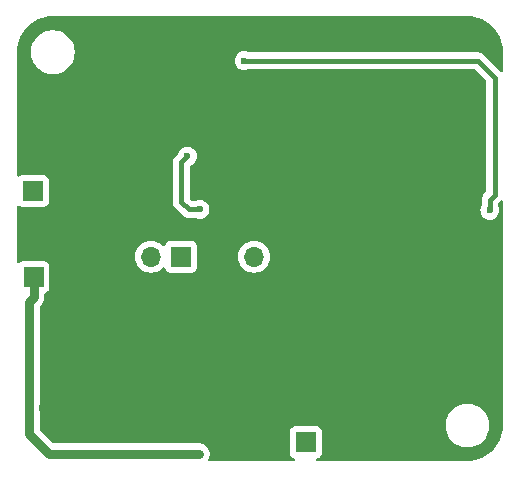
<source format=gbr>
%TF.GenerationSoftware,KiCad,Pcbnew,8.0.6-8.0.6-0~ubuntu24.04.1*%
%TF.CreationDate,2024-10-24T15:12:09+03:00*%
%TF.ProjectId,navigator,6e617669-6761-4746-9f72-2e6b69636164,rev?*%
%TF.SameCoordinates,Original*%
%TF.FileFunction,Copper,L2,Bot*%
%TF.FilePolarity,Positive*%
%FSLAX46Y46*%
G04 Gerber Fmt 4.6, Leading zero omitted, Abs format (unit mm)*
G04 Created by KiCad (PCBNEW 8.0.6-8.0.6-0~ubuntu24.04.1) date 2024-10-24 15:12:09*
%MOMM*%
%LPD*%
G01*
G04 APERTURE LIST*
%TA.AperFunction,ComponentPad*%
%ADD10R,1.700000X1.700000*%
%TD*%
%TA.AperFunction,ComponentPad*%
%ADD11O,1.700000X1.700000*%
%TD*%
%TA.AperFunction,ViaPad*%
%ADD12C,0.600000*%
%TD*%
%TA.AperFunction,Conductor*%
%ADD13C,0.400000*%
%TD*%
%TA.AperFunction,Conductor*%
%ADD14C,0.800000*%
%TD*%
G04 APERTURE END LIST*
D10*
%TO.P,J101,1,Pin_1*%
%TO.N,/SWDCLK*%
X87520000Y-68620000D03*
D11*
%TO.P,J101,2,Pin_2*%
%TO.N,/SWDIO*%
X84980000Y-68620000D03*
%TD*%
D10*
%TO.P,J103,1,Pin_1*%
%TO.N,Net-(J103-Pin_1)*%
X98090000Y-84330000D03*
%TD*%
%TO.P,J107,1,Pin_1*%
%TO.N,GND*%
X74990000Y-66730000D03*
%TD*%
%TO.P,J102,1,Pin_1*%
%TO.N,GND*%
X91170000Y-68620000D03*
D11*
%TO.P,J102,2,Pin_2*%
%TO.N,/3V3*%
X93710000Y-68620000D03*
%TD*%
D10*
%TO.P,J106,1,Pin_1*%
%TO.N,/Vin*%
X75040000Y-70350000D03*
%TD*%
%TO.P,J104,1,Pin_1*%
%TO.N,GND*%
X104320000Y-84320000D03*
%TD*%
%TO.P,J105,1,Pin_1*%
%TO.N,Net-(J105-Pin_1)*%
X74990000Y-63070000D03*
%TD*%
D12*
%TO.N,GND*%
X76870000Y-76480000D03*
X106000000Y-69000000D03*
X85320000Y-78750000D03*
X86790000Y-77870000D03*
X80000000Y-61000000D03*
X76710000Y-81480000D03*
X80340000Y-81090000D03*
X86520000Y-82610000D03*
X102000000Y-69000000D03*
X86500000Y-81760000D03*
X92152500Y-77900000D03*
X106000000Y-73000000D03*
X76850000Y-75500000D03*
X105040000Y-76400000D03*
X86450000Y-80980000D03*
X102000000Y-65000000D03*
X94532500Y-78000000D03*
X78530000Y-81100000D03*
X81250000Y-60680000D03*
X75980000Y-76500000D03*
X108130000Y-76300000D03*
X90000000Y-56000000D03*
X87520000Y-77880000D03*
X104000000Y-65000000D03*
X85820000Y-83010000D03*
X94000000Y-56000000D03*
X88000000Y-50000000D03*
X75760000Y-81440000D03*
X77640000Y-81730000D03*
X85080000Y-83010000D03*
X102070000Y-76370000D03*
X100000000Y-69000000D03*
X88810000Y-63390000D03*
X85300000Y-79520000D03*
X87840000Y-79390000D03*
X87830000Y-78630000D03*
X88000000Y-54000000D03*
X104000000Y-69000000D03*
X93342500Y-77920000D03*
X100000000Y-73000000D03*
X92700000Y-62400000D03*
X75960000Y-75500000D03*
X102000000Y-73000000D03*
X112660000Y-60300000D03*
X78000000Y-61000000D03*
X92000000Y-56000000D03*
X106000000Y-65000000D03*
X88000000Y-56000000D03*
X104000000Y-73000000D03*
X99680000Y-76390000D03*
X79000000Y-61000000D03*
X77955000Y-81195000D03*
X100000000Y-65000000D03*
X88000000Y-52000000D03*
X87380000Y-80980000D03*
X87900000Y-80340000D03*
X94530000Y-62410000D03*
X85960000Y-77880000D03*
%TO.N,/3V3*%
X88070000Y-60110000D03*
X89130000Y-64620000D03*
%TO.N,Net-(D103-A)*%
X92870000Y-52020000D03*
X113680000Y-64690000D03*
%TO.N,/Vin*%
X86120000Y-85307500D03*
X88140000Y-85307500D03*
X89040000Y-85307500D03*
X87080000Y-85307500D03*
%TD*%
D13*
%TO.N,/3V3*%
X87560000Y-64000000D02*
X87560000Y-60620000D01*
X89130000Y-64620000D02*
X88180000Y-64620000D01*
X88180000Y-64620000D02*
X87560000Y-64000000D01*
X87560000Y-60620000D02*
X88070000Y-60110000D01*
%TO.N,Net-(D103-A)*%
X112640000Y-52020000D02*
X114090000Y-53470000D01*
X114090000Y-63370000D02*
X113680000Y-63780000D01*
X92870000Y-52020000D02*
X112640000Y-52020000D01*
X113680000Y-63780000D02*
X113680000Y-64690000D01*
X114090000Y-53470000D02*
X114090000Y-63370000D01*
D14*
%TO.N,/Vin*%
X74650000Y-83640000D02*
X74650000Y-72420000D01*
X76317500Y-85307500D02*
X74650000Y-83640000D01*
X87080000Y-85307500D02*
X86120000Y-85307500D01*
X75040000Y-72030000D02*
X75040000Y-70350000D01*
X88140000Y-85307500D02*
X87080000Y-85307500D01*
X74650000Y-72420000D02*
X75040000Y-72030000D01*
X86120000Y-85307500D02*
X76317500Y-85307500D01*
X89040000Y-85307500D02*
X88140000Y-85307500D01*
%TD*%
%TA.AperFunction,Conductor*%
%TO.N,GND*%
G36*
X111712169Y-48250501D02*
G01*
X111774817Y-48250500D01*
X111781304Y-48250669D01*
X112086161Y-48266643D01*
X112099042Y-48267996D01*
X112397371Y-48315243D01*
X112410056Y-48317940D01*
X112701794Y-48396107D01*
X112714099Y-48400105D01*
X112996103Y-48508352D01*
X113007926Y-48513617D01*
X113277040Y-48650735D01*
X113288263Y-48657213D01*
X113541575Y-48821713D01*
X113552069Y-48829338D01*
X113786781Y-49019401D01*
X113796427Y-49028086D01*
X114009988Y-49241644D01*
X114018673Y-49251290D01*
X114208737Y-49485996D01*
X114216366Y-49496496D01*
X114380857Y-49749788D01*
X114387347Y-49761029D01*
X114524461Y-50030127D01*
X114529740Y-50041984D01*
X114637972Y-50323937D01*
X114641983Y-50336281D01*
X114720153Y-50628013D01*
X114722851Y-50640709D01*
X114770095Y-50938997D01*
X114771452Y-50951905D01*
X114787385Y-51255897D01*
X114787555Y-51262387D01*
X114787555Y-52877535D01*
X114767870Y-52944574D01*
X114715066Y-52990329D01*
X114645908Y-53000273D01*
X114582352Y-52971248D01*
X114575874Y-52965216D01*
X113086545Y-51475887D01*
X112971807Y-51399222D01*
X112844332Y-51346421D01*
X112844322Y-51346418D01*
X112708996Y-51319500D01*
X112708994Y-51319500D01*
X112708993Y-51319500D01*
X93295494Y-51319500D01*
X93229523Y-51300494D01*
X93219525Y-51294212D01*
X93049254Y-51234631D01*
X93049249Y-51234630D01*
X92870004Y-51214435D01*
X92869996Y-51214435D01*
X92690750Y-51234630D01*
X92690745Y-51234631D01*
X92520476Y-51294211D01*
X92367737Y-51390184D01*
X92240184Y-51517737D01*
X92144211Y-51670476D01*
X92084631Y-51840745D01*
X92084630Y-51840750D01*
X92064435Y-52019996D01*
X92064435Y-52020003D01*
X92084630Y-52199249D01*
X92084631Y-52199254D01*
X92144211Y-52369523D01*
X92234198Y-52512736D01*
X92240184Y-52522262D01*
X92367738Y-52649816D01*
X92422555Y-52684260D01*
X92520474Y-52745787D01*
X92520478Y-52745789D01*
X92690745Y-52805368D01*
X92690750Y-52805369D01*
X92869996Y-52825565D01*
X92870000Y-52825565D01*
X92870004Y-52825565D01*
X93049249Y-52805369D01*
X93049252Y-52805368D01*
X93049255Y-52805368D01*
X93219522Y-52745789D01*
X93220488Y-52745181D01*
X93229523Y-52739506D01*
X93295494Y-52720500D01*
X112298481Y-52720500D01*
X112365520Y-52740185D01*
X112386162Y-52756819D01*
X113353181Y-53723838D01*
X113386666Y-53785161D01*
X113389500Y-53811519D01*
X113389500Y-63028481D01*
X113369815Y-63095520D01*
X113353181Y-63116162D01*
X113135885Y-63333457D01*
X113135883Y-63333459D01*
X113116927Y-63361832D01*
X113116925Y-63361835D01*
X113059228Y-63448183D01*
X113059221Y-63448195D01*
X113006421Y-63575667D01*
X113006418Y-63575677D01*
X112979500Y-63711004D01*
X112979500Y-64264507D01*
X112960494Y-64330478D01*
X112954209Y-64340479D01*
X112894633Y-64510737D01*
X112894630Y-64510750D01*
X112874435Y-64689996D01*
X112874435Y-64690003D01*
X112894630Y-64869249D01*
X112894631Y-64869254D01*
X112954211Y-65039523D01*
X113006200Y-65122262D01*
X113050184Y-65192262D01*
X113177738Y-65319816D01*
X113219071Y-65345787D01*
X113313894Y-65405369D01*
X113330478Y-65415789D01*
X113500745Y-65475368D01*
X113500750Y-65475369D01*
X113679996Y-65495565D01*
X113680000Y-65495565D01*
X113680004Y-65495565D01*
X113859249Y-65475369D01*
X113859252Y-65475368D01*
X113859255Y-65475368D01*
X114029522Y-65415789D01*
X114182262Y-65319816D01*
X114309816Y-65192262D01*
X114405789Y-65039522D01*
X114465368Y-64869255D01*
X114485565Y-64690000D01*
X114477678Y-64620003D01*
X114465369Y-64510750D01*
X114465366Y-64510737D01*
X114405790Y-64340479D01*
X114399506Y-64330478D01*
X114380500Y-64264507D01*
X114380500Y-64121519D01*
X114400185Y-64054480D01*
X114416819Y-64033838D01*
X114575874Y-63874783D01*
X114637197Y-63841298D01*
X114706889Y-63846282D01*
X114762822Y-63888154D01*
X114787239Y-63953618D01*
X114787555Y-63962464D01*
X114787555Y-82894809D01*
X114787385Y-82901299D01*
X114771408Y-83206147D01*
X114770051Y-83219054D01*
X114722808Y-83517343D01*
X114720110Y-83530039D01*
X114641943Y-83821764D01*
X114637932Y-83834109D01*
X114529700Y-84116062D01*
X114524421Y-84127919D01*
X114387307Y-84397020D01*
X114380817Y-84408260D01*
X114216334Y-84661542D01*
X114208705Y-84672043D01*
X114018637Y-84906758D01*
X114009952Y-84916403D01*
X113796403Y-85129952D01*
X113786758Y-85138637D01*
X113552043Y-85328705D01*
X113541542Y-85336334D01*
X113288260Y-85500817D01*
X113277020Y-85507307D01*
X113007919Y-85644421D01*
X112996062Y-85649700D01*
X112714109Y-85757932D01*
X112701764Y-85761943D01*
X112410039Y-85840110D01*
X112397343Y-85842808D01*
X112099054Y-85890051D01*
X112086147Y-85891408D01*
X111781300Y-85907385D01*
X111774810Y-85907555D01*
X99108829Y-85907555D01*
X99041790Y-85887870D01*
X98996035Y-85835066D01*
X98986091Y-85765908D01*
X99015116Y-85702352D01*
X99065496Y-85667373D01*
X99182328Y-85623797D01*
X99182327Y-85623797D01*
X99182331Y-85623796D01*
X99297546Y-85537546D01*
X99383796Y-85422331D01*
X99434091Y-85287483D01*
X99440500Y-85227873D01*
X99440499Y-83432128D01*
X99434091Y-83372517D01*
X99383796Y-83237669D01*
X99383795Y-83237668D01*
X99383793Y-83237664D01*
X99297547Y-83122455D01*
X99297544Y-83122452D01*
X99182335Y-83036206D01*
X99182328Y-83036202D01*
X99047482Y-82985908D01*
X99047483Y-82985908D01*
X98987883Y-82979501D01*
X98987881Y-82979500D01*
X98987873Y-82979500D01*
X98987864Y-82979500D01*
X97192129Y-82979500D01*
X97192123Y-82979501D01*
X97132516Y-82985908D01*
X96997671Y-83036202D01*
X96997664Y-83036206D01*
X96882455Y-83122452D01*
X96882452Y-83122455D01*
X96796206Y-83237664D01*
X96796202Y-83237671D01*
X96745908Y-83372517D01*
X96739501Y-83432116D01*
X96739501Y-83432123D01*
X96739500Y-83432135D01*
X96739500Y-85227870D01*
X96739501Y-85227876D01*
X96745908Y-85287483D01*
X96796202Y-85422328D01*
X96796206Y-85422335D01*
X96882452Y-85537544D01*
X96882455Y-85537547D01*
X96997664Y-85623793D01*
X96997671Y-85623797D01*
X97114504Y-85667373D01*
X97170438Y-85709244D01*
X97194855Y-85774708D01*
X97180003Y-85842981D01*
X97130598Y-85892387D01*
X97071171Y-85907555D01*
X89951723Y-85907555D01*
X89884684Y-85887870D01*
X89838929Y-85835066D01*
X89828985Y-85765908D01*
X89837162Y-85736103D01*
X89875137Y-85644421D01*
X89905894Y-85570166D01*
X89912383Y-85537547D01*
X89928964Y-85454182D01*
X89940500Y-85396191D01*
X89940500Y-85218809D01*
X89940500Y-85218806D01*
X89940499Y-85218804D01*
X89905896Y-85044841D01*
X89905893Y-85044832D01*
X89838016Y-84880959D01*
X89838009Y-84880946D01*
X89739464Y-84733465D01*
X89739461Y-84733461D01*
X89614038Y-84608038D01*
X89614034Y-84608035D01*
X89466553Y-84509490D01*
X89466540Y-84509483D01*
X89302667Y-84441606D01*
X89302658Y-84441603D01*
X89128694Y-84407000D01*
X89128691Y-84407000D01*
X88228691Y-84407000D01*
X87168691Y-84407000D01*
X86208691Y-84407000D01*
X76741862Y-84407000D01*
X76674823Y-84387315D01*
X76654181Y-84370681D01*
X75586819Y-83303319D01*
X75553334Y-83241996D01*
X75550500Y-83215638D01*
X75550500Y-82776767D01*
X109927556Y-82776767D01*
X109927556Y-83019344D01*
X109959217Y-83259841D01*
X110022003Y-83494160D01*
X110036865Y-83530039D01*
X110114832Y-83718268D01*
X110236120Y-83928345D01*
X110236122Y-83928348D01*
X110236123Y-83928349D01*
X110383789Y-84120792D01*
X110383795Y-84120799D01*
X110555312Y-84292316D01*
X110555318Y-84292321D01*
X110747767Y-84439992D01*
X110957844Y-84561280D01*
X111181956Y-84654110D01*
X111416267Y-84716894D01*
X111596642Y-84740640D01*
X111656767Y-84748556D01*
X111656768Y-84748556D01*
X111899345Y-84748556D01*
X111947444Y-84742223D01*
X112139845Y-84716894D01*
X112374156Y-84654110D01*
X112598268Y-84561280D01*
X112808345Y-84439992D01*
X113000794Y-84292321D01*
X113172321Y-84120794D01*
X113319992Y-83928345D01*
X113441280Y-83718268D01*
X113534110Y-83494156D01*
X113596894Y-83259845D01*
X113628556Y-83019344D01*
X113628556Y-82776768D01*
X113596894Y-82536267D01*
X113534110Y-82301956D01*
X113441280Y-82077844D01*
X113319992Y-81867767D01*
X113172321Y-81675318D01*
X113172316Y-81675312D01*
X113000799Y-81503795D01*
X113000792Y-81503789D01*
X112808349Y-81356123D01*
X112808348Y-81356122D01*
X112808345Y-81356120D01*
X112598268Y-81234832D01*
X112598261Y-81234829D01*
X112374160Y-81142003D01*
X112139841Y-81079217D01*
X111899345Y-81047556D01*
X111899344Y-81047556D01*
X111656768Y-81047556D01*
X111656767Y-81047556D01*
X111416270Y-81079217D01*
X111181951Y-81142003D01*
X110957850Y-81234829D01*
X110957841Y-81234833D01*
X110747762Y-81356123D01*
X110555319Y-81503789D01*
X110555312Y-81503795D01*
X110383795Y-81675312D01*
X110383789Y-81675319D01*
X110236123Y-81867762D01*
X110114833Y-82077841D01*
X110114829Y-82077850D01*
X110022003Y-82301951D01*
X109959217Y-82536270D01*
X109927556Y-82776767D01*
X75550500Y-82776767D01*
X75550500Y-72844361D01*
X75570185Y-72777322D01*
X75586819Y-72756680D01*
X75739463Y-72604036D01*
X75739465Y-72604033D01*
X75838009Y-72456553D01*
X75838009Y-72456552D01*
X75838013Y-72456547D01*
X75905894Y-72292666D01*
X75940500Y-72118692D01*
X75940500Y-71941309D01*
X75940500Y-71801439D01*
X75960185Y-71734400D01*
X76012989Y-71688645D01*
X76021168Y-71685257D01*
X76132326Y-71643798D01*
X76132326Y-71643797D01*
X76132331Y-71643796D01*
X76247546Y-71557546D01*
X76333796Y-71442331D01*
X76384091Y-71307483D01*
X76390500Y-71247873D01*
X76390499Y-69452128D01*
X76384091Y-69392517D01*
X76333796Y-69257669D01*
X76333795Y-69257668D01*
X76333793Y-69257664D01*
X76247547Y-69142455D01*
X76247544Y-69142452D01*
X76132335Y-69056206D01*
X76132328Y-69056202D01*
X75997482Y-69005908D01*
X75997483Y-69005908D01*
X75937883Y-68999501D01*
X75937881Y-68999500D01*
X75937873Y-68999500D01*
X75937864Y-68999500D01*
X74142129Y-68999500D01*
X74142123Y-68999501D01*
X74082516Y-69005908D01*
X73947671Y-69056202D01*
X73947669Y-69056204D01*
X73848811Y-69130209D01*
X73783347Y-69154626D01*
X73715074Y-69139774D01*
X73665668Y-69090369D01*
X73650500Y-69030942D01*
X73650500Y-68619999D01*
X83624341Y-68619999D01*
X83624341Y-68620000D01*
X83644936Y-68855403D01*
X83644938Y-68855413D01*
X83706094Y-69083655D01*
X83706096Y-69083659D01*
X83706097Y-69083663D01*
X83790499Y-69264663D01*
X83805965Y-69297830D01*
X83805967Y-69297834D01*
X83914002Y-69452123D01*
X83941505Y-69491401D01*
X84108599Y-69658495D01*
X84205384Y-69726265D01*
X84302165Y-69794032D01*
X84302167Y-69794033D01*
X84302170Y-69794035D01*
X84516337Y-69893903D01*
X84744592Y-69955063D01*
X84921034Y-69970500D01*
X84979999Y-69975659D01*
X84980000Y-69975659D01*
X84980001Y-69975659D01*
X85038966Y-69970500D01*
X85215408Y-69955063D01*
X85443663Y-69893903D01*
X85657830Y-69794035D01*
X85851401Y-69658495D01*
X85973329Y-69536566D01*
X86034648Y-69503084D01*
X86104340Y-69508068D01*
X86160274Y-69549939D01*
X86177189Y-69580917D01*
X86226202Y-69712328D01*
X86226206Y-69712335D01*
X86312452Y-69827544D01*
X86312455Y-69827547D01*
X86427664Y-69913793D01*
X86427671Y-69913797D01*
X86562517Y-69964091D01*
X86562516Y-69964091D01*
X86569444Y-69964835D01*
X86622127Y-69970500D01*
X88417872Y-69970499D01*
X88477483Y-69964091D01*
X88612331Y-69913796D01*
X88727546Y-69827546D01*
X88813796Y-69712331D01*
X88864091Y-69577483D01*
X88870500Y-69517873D01*
X88870499Y-68619999D01*
X92354341Y-68619999D01*
X92354341Y-68620000D01*
X92374936Y-68855403D01*
X92374938Y-68855413D01*
X92436094Y-69083655D01*
X92436096Y-69083659D01*
X92436097Y-69083663D01*
X92520499Y-69264663D01*
X92535965Y-69297830D01*
X92535967Y-69297834D01*
X92644002Y-69452123D01*
X92671505Y-69491401D01*
X92838599Y-69658495D01*
X92935384Y-69726265D01*
X93032165Y-69794032D01*
X93032167Y-69794033D01*
X93032170Y-69794035D01*
X93246337Y-69893903D01*
X93474592Y-69955063D01*
X93651034Y-69970500D01*
X93709999Y-69975659D01*
X93710000Y-69975659D01*
X93710001Y-69975659D01*
X93768966Y-69970500D01*
X93945408Y-69955063D01*
X94173663Y-69893903D01*
X94387830Y-69794035D01*
X94581401Y-69658495D01*
X94748495Y-69491401D01*
X94884035Y-69297830D01*
X94983903Y-69083663D01*
X95045063Y-68855408D01*
X95065659Y-68620000D01*
X95045063Y-68384592D01*
X94983903Y-68156337D01*
X94884035Y-67942171D01*
X94748495Y-67748599D01*
X94748494Y-67748597D01*
X94581402Y-67581506D01*
X94581395Y-67581501D01*
X94387834Y-67445967D01*
X94387830Y-67445965D01*
X94387828Y-67445964D01*
X94173663Y-67346097D01*
X94173659Y-67346096D01*
X94173655Y-67346094D01*
X93945413Y-67284938D01*
X93945403Y-67284936D01*
X93710001Y-67264341D01*
X93709999Y-67264341D01*
X93474596Y-67284936D01*
X93474586Y-67284938D01*
X93246344Y-67346094D01*
X93246335Y-67346098D01*
X93032171Y-67445964D01*
X93032169Y-67445965D01*
X92838597Y-67581505D01*
X92671505Y-67748597D01*
X92535965Y-67942169D01*
X92535964Y-67942171D01*
X92436098Y-68156335D01*
X92436094Y-68156344D01*
X92374938Y-68384586D01*
X92374936Y-68384596D01*
X92354341Y-68619999D01*
X88870499Y-68619999D01*
X88870499Y-67722128D01*
X88864091Y-67662517D01*
X88862810Y-67659083D01*
X88813797Y-67527671D01*
X88813793Y-67527664D01*
X88727547Y-67412455D01*
X88727544Y-67412452D01*
X88612335Y-67326206D01*
X88612328Y-67326202D01*
X88477482Y-67275908D01*
X88477483Y-67275908D01*
X88417883Y-67269501D01*
X88417881Y-67269500D01*
X88417873Y-67269500D01*
X88417864Y-67269500D01*
X86622129Y-67269500D01*
X86622123Y-67269501D01*
X86562516Y-67275908D01*
X86427671Y-67326202D01*
X86427664Y-67326206D01*
X86312455Y-67412452D01*
X86312452Y-67412455D01*
X86226206Y-67527664D01*
X86226203Y-67527669D01*
X86177189Y-67659083D01*
X86135317Y-67715016D01*
X86069853Y-67739433D01*
X86001580Y-67724581D01*
X85973326Y-67703430D01*
X85851402Y-67581506D01*
X85851395Y-67581501D01*
X85657834Y-67445967D01*
X85657830Y-67445965D01*
X85657828Y-67445964D01*
X85443663Y-67346097D01*
X85443659Y-67346096D01*
X85443655Y-67346094D01*
X85215413Y-67284938D01*
X85215403Y-67284936D01*
X84980001Y-67264341D01*
X84979999Y-67264341D01*
X84744596Y-67284936D01*
X84744586Y-67284938D01*
X84516344Y-67346094D01*
X84516335Y-67346098D01*
X84302171Y-67445964D01*
X84302169Y-67445965D01*
X84108597Y-67581505D01*
X83941505Y-67748597D01*
X83805965Y-67942169D01*
X83805964Y-67942171D01*
X83706098Y-68156335D01*
X83706094Y-68156344D01*
X83644938Y-68384586D01*
X83644936Y-68384596D01*
X83624341Y-68619999D01*
X73650500Y-68619999D01*
X73650500Y-64426487D01*
X73670185Y-64359448D01*
X73722989Y-64313693D01*
X73792147Y-64303749D01*
X73848810Y-64327220D01*
X73866522Y-64340479D01*
X73897668Y-64363795D01*
X73897671Y-64363797D01*
X74032517Y-64414091D01*
X74032516Y-64414091D01*
X74039444Y-64414835D01*
X74092127Y-64420500D01*
X75887872Y-64420499D01*
X75947483Y-64414091D01*
X76082331Y-64363796D01*
X76197546Y-64277546D01*
X76283796Y-64162331D01*
X76318608Y-64068996D01*
X86859499Y-64068996D01*
X86886418Y-64204322D01*
X86886421Y-64204332D01*
X86939222Y-64331807D01*
X87015887Y-64446545D01*
X87015888Y-64446546D01*
X87635886Y-65066542D01*
X87691606Y-65122262D01*
X87733459Y-65164115D01*
X87848182Y-65240771D01*
X87848189Y-65240775D01*
X87919951Y-65270499D01*
X87919953Y-65270501D01*
X87975666Y-65293578D01*
X87975671Y-65293580D01*
X87975680Y-65293581D01*
X87975681Y-65293582D01*
X88002545Y-65298925D01*
X88002551Y-65298926D01*
X88002591Y-65298934D01*
X88092937Y-65316905D01*
X88111006Y-65320500D01*
X88111007Y-65320500D01*
X88704506Y-65320500D01*
X88770477Y-65339506D01*
X88780474Y-65345787D01*
X88780475Y-65345787D01*
X88780478Y-65345789D01*
X88950745Y-65405368D01*
X88950750Y-65405369D01*
X89129996Y-65425565D01*
X89130000Y-65425565D01*
X89130004Y-65425565D01*
X89309249Y-65405369D01*
X89309252Y-65405368D01*
X89309255Y-65405368D01*
X89479522Y-65345789D01*
X89632262Y-65249816D01*
X89759816Y-65122262D01*
X89855789Y-64969522D01*
X89915368Y-64799255D01*
X89927678Y-64690000D01*
X89935565Y-64620003D01*
X89935565Y-64619996D01*
X89915369Y-64440750D01*
X89915368Y-64440745D01*
X89875644Y-64327221D01*
X89855789Y-64270478D01*
X89759816Y-64117738D01*
X89632262Y-63990184D01*
X89596770Y-63967883D01*
X89479523Y-63894211D01*
X89309254Y-63834631D01*
X89309249Y-63834630D01*
X89130004Y-63814435D01*
X89129996Y-63814435D01*
X88950750Y-63834630D01*
X88950745Y-63834631D01*
X88780474Y-63894212D01*
X88770477Y-63900494D01*
X88704506Y-63919500D01*
X88521518Y-63919500D01*
X88454479Y-63899815D01*
X88433842Y-63883185D01*
X88296817Y-63746160D01*
X88263334Y-63684839D01*
X88260500Y-63658481D01*
X88260500Y-60979415D01*
X88280185Y-60912376D01*
X88332989Y-60866621D01*
X88343542Y-60862374D01*
X88419522Y-60835789D01*
X88572262Y-60739816D01*
X88699816Y-60612262D01*
X88795789Y-60459522D01*
X88855368Y-60289255D01*
X88868415Y-60173458D01*
X88875565Y-60110003D01*
X88875565Y-60109996D01*
X88855369Y-59930750D01*
X88855368Y-59930745D01*
X88795788Y-59760476D01*
X88699815Y-59607737D01*
X88572262Y-59480184D01*
X88419523Y-59384211D01*
X88249254Y-59324631D01*
X88249249Y-59324630D01*
X88070004Y-59304435D01*
X88069996Y-59304435D01*
X87890750Y-59324630D01*
X87890745Y-59324631D01*
X87720476Y-59384211D01*
X87567737Y-59480184D01*
X87440184Y-59607737D01*
X87344212Y-59760475D01*
X87344211Y-59760476D01*
X87307992Y-59863984D01*
X87278633Y-59910709D01*
X87015885Y-60173458D01*
X86953504Y-60266819D01*
X86953504Y-60266820D01*
X86939223Y-60288191D01*
X86939222Y-60288193D01*
X86886421Y-60415667D01*
X86886418Y-60415677D01*
X86859500Y-60551004D01*
X86859500Y-60551007D01*
X86859500Y-63931006D01*
X86859500Y-64068994D01*
X86859500Y-64068996D01*
X86859499Y-64068996D01*
X76318608Y-64068996D01*
X76334091Y-64027483D01*
X76340500Y-63967873D01*
X76340499Y-62172128D01*
X76334091Y-62112517D01*
X76283796Y-61977669D01*
X76283795Y-61977668D01*
X76283793Y-61977664D01*
X76197547Y-61862455D01*
X76197544Y-61862452D01*
X76082335Y-61776206D01*
X76082328Y-61776202D01*
X75947482Y-61725908D01*
X75947483Y-61725908D01*
X75887883Y-61719501D01*
X75887881Y-61719500D01*
X75887873Y-61719500D01*
X75887864Y-61719500D01*
X74092129Y-61719500D01*
X74092123Y-61719501D01*
X74032516Y-61725908D01*
X73897671Y-61776202D01*
X73897668Y-61776204D01*
X73848811Y-61812779D01*
X73783347Y-61837196D01*
X73715074Y-61822344D01*
X73665668Y-61772939D01*
X73650500Y-61713512D01*
X73650500Y-51263246D01*
X73650670Y-51256757D01*
X73655284Y-51168711D01*
X74829500Y-51168711D01*
X74829500Y-51411288D01*
X74861161Y-51651785D01*
X74923947Y-51886104D01*
X74979407Y-52019996D01*
X75016776Y-52110212D01*
X75138064Y-52320289D01*
X75138066Y-52320292D01*
X75138067Y-52320293D01*
X75285733Y-52512736D01*
X75285739Y-52512743D01*
X75457256Y-52684260D01*
X75457263Y-52684266D01*
X75537442Y-52745789D01*
X75649711Y-52831936D01*
X75859788Y-52953224D01*
X76083900Y-53046054D01*
X76318211Y-53108838D01*
X76498586Y-53132584D01*
X76558711Y-53140500D01*
X76558712Y-53140500D01*
X76801289Y-53140500D01*
X76849388Y-53134167D01*
X77041789Y-53108838D01*
X77276100Y-53046054D01*
X77500212Y-52953224D01*
X77710289Y-52831936D01*
X77902738Y-52684265D01*
X78074265Y-52512738D01*
X78221936Y-52320289D01*
X78343224Y-52110212D01*
X78436054Y-51886100D01*
X78498838Y-51651789D01*
X78530500Y-51411288D01*
X78530500Y-51168712D01*
X78498838Y-50928211D01*
X78436054Y-50693900D01*
X78343224Y-50469788D01*
X78221936Y-50259711D01*
X78074265Y-50067262D01*
X78074260Y-50067256D01*
X77902743Y-49895739D01*
X77902736Y-49895733D01*
X77710293Y-49748067D01*
X77710292Y-49748066D01*
X77710289Y-49748064D01*
X77500212Y-49626776D01*
X77500205Y-49626773D01*
X77276104Y-49533947D01*
X77041785Y-49471161D01*
X76801289Y-49439500D01*
X76801288Y-49439500D01*
X76558712Y-49439500D01*
X76558711Y-49439500D01*
X76318214Y-49471161D01*
X76083895Y-49533947D01*
X75859794Y-49626773D01*
X75859785Y-49626777D01*
X75649706Y-49748067D01*
X75457263Y-49895733D01*
X75457256Y-49895739D01*
X75285739Y-50067256D01*
X75285733Y-50067263D01*
X75138067Y-50259706D01*
X75016777Y-50469785D01*
X75016773Y-50469794D01*
X74923947Y-50693895D01*
X74861161Y-50928214D01*
X74829500Y-51168711D01*
X73655284Y-51168711D01*
X73666646Y-50951909D01*
X73668003Y-50939000D01*
X73715250Y-50640692D01*
X73717940Y-50628035D01*
X73796116Y-50336276D01*
X73800117Y-50323961D01*
X73908362Y-50041975D01*
X73913625Y-50030154D01*
X74050759Y-49761014D01*
X74057225Y-49749815D01*
X74221733Y-49496496D01*
X74229343Y-49486021D01*
X74419427Y-49251287D01*
X74428094Y-49241662D01*
X74641662Y-49028094D01*
X74651287Y-49019427D01*
X74886021Y-48829343D01*
X74896502Y-48821728D01*
X75149815Y-48657225D01*
X75161014Y-48650759D01*
X75430154Y-48513625D01*
X75441975Y-48508362D01*
X75723961Y-48400117D01*
X75736276Y-48396116D01*
X76028035Y-48317940D01*
X76040692Y-48315250D01*
X76339002Y-48268002D01*
X76351908Y-48266646D01*
X76490708Y-48259372D01*
X76656757Y-48250670D01*
X76663246Y-48250500D01*
X76725892Y-48250500D01*
X111712165Y-48250500D01*
X111712169Y-48250501D01*
G37*
%TD.AperFunction*%
%TD*%
M02*

</source>
